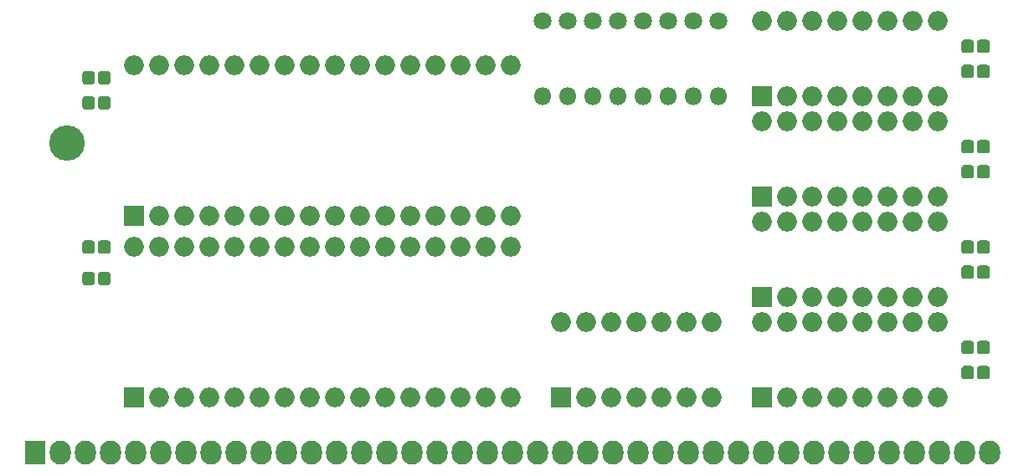
<source format=gts>
G04 #@! TF.GenerationSoftware,KiCad,Pcbnew,(5.1.5)-3*
G04 #@! TF.CreationDate,2020-06-13T13:18:51-04:00*
G04 #@! TF.ProjectId,512x512,35313278-3531-4322-9e6b-696361645f70,rev?*
G04 #@! TF.SameCoordinates,Original*
G04 #@! TF.FileFunction,Soldermask,Top*
G04 #@! TF.FilePolarity,Negative*
%FSLAX46Y46*%
G04 Gerber Fmt 4.6, Leading zero omitted, Abs format (unit mm)*
G04 Created by KiCad (PCBNEW (5.1.5)-3) date 2020-06-13 13:18:51*
%MOMM*%
%LPD*%
G04 APERTURE LIST*
%ADD10R,2.127200X2.432000*%
%ADD11O,2.127200X2.432000*%
%ADD12C,3.600000*%
%ADD13O,1.800000X1.800000*%
%ADD14C,1.800000*%
%ADD15R,2.000000X2.000000*%
%ADD16O,2.000000X2.000000*%
%ADD17C,0.100000*%
G04 APERTURE END LIST*
D10*
X155702000Y-151612600D03*
D11*
X158242000Y-151612600D03*
X160782000Y-151612600D03*
X163322000Y-151612600D03*
X165862000Y-151612600D03*
X168402000Y-151612600D03*
X170942000Y-151612600D03*
X173482000Y-151612600D03*
X176022000Y-151612600D03*
X178562000Y-151612600D03*
X181102000Y-151612600D03*
X183642000Y-151612600D03*
X186182000Y-151612600D03*
X188722000Y-151612600D03*
X191262000Y-151612600D03*
X193802000Y-151612600D03*
X196342000Y-151612600D03*
X198882000Y-151612600D03*
X201422000Y-151612600D03*
X203962000Y-151612600D03*
X206502000Y-151612600D03*
X209042000Y-151612600D03*
X211582000Y-151612600D03*
X214122000Y-151612600D03*
X216662000Y-151612600D03*
X219202000Y-151612600D03*
X221742000Y-151612600D03*
X224282000Y-151612600D03*
X226822000Y-151612600D03*
X229362000Y-151612600D03*
X231902000Y-151612600D03*
X234442000Y-151612600D03*
X236982000Y-151612600D03*
X239522000Y-151612600D03*
X242062000Y-151612600D03*
X244602000Y-151612600D03*
X247142000Y-151612600D03*
X249682000Y-151612600D03*
X252222000Y-151612600D03*
D12*
X158927800Y-120243600D03*
D13*
X224790000Y-115570000D03*
D14*
X224790000Y-107950000D03*
X222250000Y-107950000D03*
D13*
X222250000Y-115570000D03*
X219710000Y-115570000D03*
D14*
X219710000Y-107950000D03*
X217170000Y-107950000D03*
D13*
X217170000Y-115570000D03*
X214630000Y-115570000D03*
D14*
X214630000Y-107950000D03*
X212090000Y-107950000D03*
D13*
X212090000Y-115570000D03*
X209550000Y-115570000D03*
D14*
X209550000Y-107950000D03*
X207010000Y-107950000D03*
D13*
X207010000Y-115570000D03*
D15*
X165735000Y-146050000D03*
D16*
X203835000Y-130810000D03*
X168275000Y-146050000D03*
X201295000Y-130810000D03*
X170815000Y-146050000D03*
X198755000Y-130810000D03*
X173355000Y-146050000D03*
X196215000Y-130810000D03*
X175895000Y-146050000D03*
X193675000Y-130810000D03*
X178435000Y-146050000D03*
X191135000Y-130810000D03*
X180975000Y-146050000D03*
X188595000Y-130810000D03*
X183515000Y-146050000D03*
X186055000Y-130810000D03*
X186055000Y-146050000D03*
X183515000Y-130810000D03*
X188595000Y-146050000D03*
X180975000Y-130810000D03*
X191135000Y-146050000D03*
X178435000Y-130810000D03*
X193675000Y-146050000D03*
X175895000Y-130810000D03*
X196215000Y-146050000D03*
X173355000Y-130810000D03*
X198755000Y-146050000D03*
X170815000Y-130810000D03*
X201295000Y-146050000D03*
X168275000Y-130810000D03*
X203835000Y-146050000D03*
X165735000Y-130810000D03*
X165735000Y-112395000D03*
X203835000Y-127635000D03*
X168275000Y-112395000D03*
X201295000Y-127635000D03*
X170815000Y-112395000D03*
X198755000Y-127635000D03*
X173355000Y-112395000D03*
X196215000Y-127635000D03*
X175895000Y-112395000D03*
X193675000Y-127635000D03*
X178435000Y-112395000D03*
X191135000Y-127635000D03*
X180975000Y-112395000D03*
X188595000Y-127635000D03*
X183515000Y-112395000D03*
X186055000Y-127635000D03*
X186055000Y-112395000D03*
X183515000Y-127635000D03*
X188595000Y-112395000D03*
X180975000Y-127635000D03*
X191135000Y-112395000D03*
X178435000Y-127635000D03*
X193675000Y-112395000D03*
X175895000Y-127635000D03*
X196215000Y-112395000D03*
X173355000Y-127635000D03*
X198755000Y-112395000D03*
X170815000Y-127635000D03*
X201295000Y-112395000D03*
X168275000Y-127635000D03*
X203835000Y-112395000D03*
D15*
X165735000Y-127635000D03*
D16*
X229235000Y-138430000D03*
X247015000Y-146050000D03*
X231775000Y-138430000D03*
X244475000Y-146050000D03*
X234315000Y-138430000D03*
X241935000Y-146050000D03*
X236855000Y-138430000D03*
X239395000Y-146050000D03*
X239395000Y-138430000D03*
X236855000Y-146050000D03*
X241935000Y-138430000D03*
X234315000Y-146050000D03*
X244475000Y-138430000D03*
X231775000Y-146050000D03*
X247015000Y-138430000D03*
D15*
X229235000Y-146050000D03*
X229235000Y-135890000D03*
D16*
X247015000Y-128270000D03*
X231775000Y-135890000D03*
X244475000Y-128270000D03*
X234315000Y-135890000D03*
X241935000Y-128270000D03*
X236855000Y-135890000D03*
X239395000Y-128270000D03*
X239395000Y-135890000D03*
X236855000Y-128270000D03*
X241935000Y-135890000D03*
X234315000Y-128270000D03*
X244475000Y-135890000D03*
X231775000Y-128270000D03*
X247015000Y-135890000D03*
X229235000Y-128270000D03*
D15*
X229235000Y-125730000D03*
D16*
X247015000Y-118110000D03*
X231775000Y-125730000D03*
X244475000Y-118110000D03*
X234315000Y-125730000D03*
X241935000Y-118110000D03*
X236855000Y-125730000D03*
X239395000Y-118110000D03*
X239395000Y-125730000D03*
X236855000Y-118110000D03*
X241935000Y-125730000D03*
X234315000Y-118110000D03*
X244475000Y-125730000D03*
X231775000Y-118110000D03*
X247015000Y-125730000D03*
X229235000Y-118110000D03*
D15*
X208915000Y-146050000D03*
D16*
X224155000Y-138430000D03*
X211455000Y-146050000D03*
X221615000Y-138430000D03*
X213995000Y-146050000D03*
X219075000Y-138430000D03*
X216535000Y-146050000D03*
X216535000Y-138430000D03*
X219075000Y-146050000D03*
X213995000Y-138430000D03*
X221615000Y-146050000D03*
X211455000Y-138430000D03*
X224155000Y-146050000D03*
X208915000Y-138430000D03*
X229235000Y-107950000D03*
X247015000Y-115570000D03*
X231775000Y-107950000D03*
X244475000Y-115570000D03*
X234315000Y-107950000D03*
X241935000Y-115570000D03*
X236855000Y-107950000D03*
X239395000Y-115570000D03*
X239395000Y-107950000D03*
X236855000Y-115570000D03*
X241935000Y-107950000D03*
X234315000Y-115570000D03*
X244475000Y-107950000D03*
X231775000Y-115570000D03*
X247015000Y-107950000D03*
D15*
X229235000Y-115570000D03*
D17*
G36*
X161487493Y-130136535D02*
G01*
X161518435Y-130141125D01*
X161548778Y-130148725D01*
X161578230Y-130159263D01*
X161606508Y-130172638D01*
X161633338Y-130188719D01*
X161658463Y-130207353D01*
X161681640Y-130228360D01*
X161702647Y-130251537D01*
X161721281Y-130276662D01*
X161737362Y-130303492D01*
X161750737Y-130331770D01*
X161761275Y-130361222D01*
X161768875Y-130391565D01*
X161773465Y-130422507D01*
X161775000Y-130453750D01*
X161775000Y-131166250D01*
X161773465Y-131197493D01*
X161768875Y-131228435D01*
X161761275Y-131258778D01*
X161750737Y-131288230D01*
X161737362Y-131316508D01*
X161721281Y-131343338D01*
X161702647Y-131368463D01*
X161681640Y-131391640D01*
X161658463Y-131412647D01*
X161633338Y-131431281D01*
X161606508Y-131447362D01*
X161578230Y-131460737D01*
X161548778Y-131471275D01*
X161518435Y-131478875D01*
X161487493Y-131483465D01*
X161456250Y-131485000D01*
X160818750Y-131485000D01*
X160787507Y-131483465D01*
X160756565Y-131478875D01*
X160726222Y-131471275D01*
X160696770Y-131460737D01*
X160668492Y-131447362D01*
X160641662Y-131431281D01*
X160616537Y-131412647D01*
X160593360Y-131391640D01*
X160572353Y-131368463D01*
X160553719Y-131343338D01*
X160537638Y-131316508D01*
X160524263Y-131288230D01*
X160513725Y-131258778D01*
X160506125Y-131228435D01*
X160501535Y-131197493D01*
X160500000Y-131166250D01*
X160500000Y-130453750D01*
X160501535Y-130422507D01*
X160506125Y-130391565D01*
X160513725Y-130361222D01*
X160524263Y-130331770D01*
X160537638Y-130303492D01*
X160553719Y-130276662D01*
X160572353Y-130251537D01*
X160593360Y-130228360D01*
X160616537Y-130207353D01*
X160641662Y-130188719D01*
X160668492Y-130172638D01*
X160696770Y-130159263D01*
X160726222Y-130148725D01*
X160756565Y-130141125D01*
X160787507Y-130136535D01*
X160818750Y-130135000D01*
X161456250Y-130135000D01*
X161487493Y-130136535D01*
G37*
G36*
X163062493Y-130136535D02*
G01*
X163093435Y-130141125D01*
X163123778Y-130148725D01*
X163153230Y-130159263D01*
X163181508Y-130172638D01*
X163208338Y-130188719D01*
X163233463Y-130207353D01*
X163256640Y-130228360D01*
X163277647Y-130251537D01*
X163296281Y-130276662D01*
X163312362Y-130303492D01*
X163325737Y-130331770D01*
X163336275Y-130361222D01*
X163343875Y-130391565D01*
X163348465Y-130422507D01*
X163350000Y-130453750D01*
X163350000Y-131166250D01*
X163348465Y-131197493D01*
X163343875Y-131228435D01*
X163336275Y-131258778D01*
X163325737Y-131288230D01*
X163312362Y-131316508D01*
X163296281Y-131343338D01*
X163277647Y-131368463D01*
X163256640Y-131391640D01*
X163233463Y-131412647D01*
X163208338Y-131431281D01*
X163181508Y-131447362D01*
X163153230Y-131460737D01*
X163123778Y-131471275D01*
X163093435Y-131478875D01*
X163062493Y-131483465D01*
X163031250Y-131485000D01*
X162393750Y-131485000D01*
X162362507Y-131483465D01*
X162331565Y-131478875D01*
X162301222Y-131471275D01*
X162271770Y-131460737D01*
X162243492Y-131447362D01*
X162216662Y-131431281D01*
X162191537Y-131412647D01*
X162168360Y-131391640D01*
X162147353Y-131368463D01*
X162128719Y-131343338D01*
X162112638Y-131316508D01*
X162099263Y-131288230D01*
X162088725Y-131258778D01*
X162081125Y-131228435D01*
X162076535Y-131197493D01*
X162075000Y-131166250D01*
X162075000Y-130453750D01*
X162076535Y-130422507D01*
X162081125Y-130391565D01*
X162088725Y-130361222D01*
X162099263Y-130331770D01*
X162112638Y-130303492D01*
X162128719Y-130276662D01*
X162147353Y-130251537D01*
X162168360Y-130228360D01*
X162191537Y-130207353D01*
X162216662Y-130188719D01*
X162243492Y-130172638D01*
X162271770Y-130159263D01*
X162301222Y-130148725D01*
X162331565Y-130141125D01*
X162362507Y-130136535D01*
X162393750Y-130135000D01*
X163031250Y-130135000D01*
X163062493Y-130136535D01*
G37*
G36*
X163062493Y-133311535D02*
G01*
X163093435Y-133316125D01*
X163123778Y-133323725D01*
X163153230Y-133334263D01*
X163181508Y-133347638D01*
X163208338Y-133363719D01*
X163233463Y-133382353D01*
X163256640Y-133403360D01*
X163277647Y-133426537D01*
X163296281Y-133451662D01*
X163312362Y-133478492D01*
X163325737Y-133506770D01*
X163336275Y-133536222D01*
X163343875Y-133566565D01*
X163348465Y-133597507D01*
X163350000Y-133628750D01*
X163350000Y-134341250D01*
X163348465Y-134372493D01*
X163343875Y-134403435D01*
X163336275Y-134433778D01*
X163325737Y-134463230D01*
X163312362Y-134491508D01*
X163296281Y-134518338D01*
X163277647Y-134543463D01*
X163256640Y-134566640D01*
X163233463Y-134587647D01*
X163208338Y-134606281D01*
X163181508Y-134622362D01*
X163153230Y-134635737D01*
X163123778Y-134646275D01*
X163093435Y-134653875D01*
X163062493Y-134658465D01*
X163031250Y-134660000D01*
X162393750Y-134660000D01*
X162362507Y-134658465D01*
X162331565Y-134653875D01*
X162301222Y-134646275D01*
X162271770Y-134635737D01*
X162243492Y-134622362D01*
X162216662Y-134606281D01*
X162191537Y-134587647D01*
X162168360Y-134566640D01*
X162147353Y-134543463D01*
X162128719Y-134518338D01*
X162112638Y-134491508D01*
X162099263Y-134463230D01*
X162088725Y-134433778D01*
X162081125Y-134403435D01*
X162076535Y-134372493D01*
X162075000Y-134341250D01*
X162075000Y-133628750D01*
X162076535Y-133597507D01*
X162081125Y-133566565D01*
X162088725Y-133536222D01*
X162099263Y-133506770D01*
X162112638Y-133478492D01*
X162128719Y-133451662D01*
X162147353Y-133426537D01*
X162168360Y-133403360D01*
X162191537Y-133382353D01*
X162216662Y-133363719D01*
X162243492Y-133347638D01*
X162271770Y-133334263D01*
X162301222Y-133323725D01*
X162331565Y-133316125D01*
X162362507Y-133311535D01*
X162393750Y-133310000D01*
X163031250Y-133310000D01*
X163062493Y-133311535D01*
G37*
G36*
X161487493Y-133311535D02*
G01*
X161518435Y-133316125D01*
X161548778Y-133323725D01*
X161578230Y-133334263D01*
X161606508Y-133347638D01*
X161633338Y-133363719D01*
X161658463Y-133382353D01*
X161681640Y-133403360D01*
X161702647Y-133426537D01*
X161721281Y-133451662D01*
X161737362Y-133478492D01*
X161750737Y-133506770D01*
X161761275Y-133536222D01*
X161768875Y-133566565D01*
X161773465Y-133597507D01*
X161775000Y-133628750D01*
X161775000Y-134341250D01*
X161773465Y-134372493D01*
X161768875Y-134403435D01*
X161761275Y-134433778D01*
X161750737Y-134463230D01*
X161737362Y-134491508D01*
X161721281Y-134518338D01*
X161702647Y-134543463D01*
X161681640Y-134566640D01*
X161658463Y-134587647D01*
X161633338Y-134606281D01*
X161606508Y-134622362D01*
X161578230Y-134635737D01*
X161548778Y-134646275D01*
X161518435Y-134653875D01*
X161487493Y-134658465D01*
X161456250Y-134660000D01*
X160818750Y-134660000D01*
X160787507Y-134658465D01*
X160756565Y-134653875D01*
X160726222Y-134646275D01*
X160696770Y-134635737D01*
X160668492Y-134622362D01*
X160641662Y-134606281D01*
X160616537Y-134587647D01*
X160593360Y-134566640D01*
X160572353Y-134543463D01*
X160553719Y-134518338D01*
X160537638Y-134491508D01*
X160524263Y-134463230D01*
X160513725Y-134433778D01*
X160506125Y-134403435D01*
X160501535Y-134372493D01*
X160500000Y-134341250D01*
X160500000Y-133628750D01*
X160501535Y-133597507D01*
X160506125Y-133566565D01*
X160513725Y-133536222D01*
X160524263Y-133506770D01*
X160537638Y-133478492D01*
X160553719Y-133451662D01*
X160572353Y-133426537D01*
X160593360Y-133403360D01*
X160616537Y-133382353D01*
X160641662Y-133363719D01*
X160668492Y-133347638D01*
X160696770Y-133334263D01*
X160726222Y-133323725D01*
X160756565Y-133316125D01*
X160787507Y-133311535D01*
X160818750Y-133310000D01*
X161456250Y-133310000D01*
X161487493Y-133311535D01*
G37*
G36*
X161487493Y-112991535D02*
G01*
X161518435Y-112996125D01*
X161548778Y-113003725D01*
X161578230Y-113014263D01*
X161606508Y-113027638D01*
X161633338Y-113043719D01*
X161658463Y-113062353D01*
X161681640Y-113083360D01*
X161702647Y-113106537D01*
X161721281Y-113131662D01*
X161737362Y-113158492D01*
X161750737Y-113186770D01*
X161761275Y-113216222D01*
X161768875Y-113246565D01*
X161773465Y-113277507D01*
X161775000Y-113308750D01*
X161775000Y-114021250D01*
X161773465Y-114052493D01*
X161768875Y-114083435D01*
X161761275Y-114113778D01*
X161750737Y-114143230D01*
X161737362Y-114171508D01*
X161721281Y-114198338D01*
X161702647Y-114223463D01*
X161681640Y-114246640D01*
X161658463Y-114267647D01*
X161633338Y-114286281D01*
X161606508Y-114302362D01*
X161578230Y-114315737D01*
X161548778Y-114326275D01*
X161518435Y-114333875D01*
X161487493Y-114338465D01*
X161456250Y-114340000D01*
X160818750Y-114340000D01*
X160787507Y-114338465D01*
X160756565Y-114333875D01*
X160726222Y-114326275D01*
X160696770Y-114315737D01*
X160668492Y-114302362D01*
X160641662Y-114286281D01*
X160616537Y-114267647D01*
X160593360Y-114246640D01*
X160572353Y-114223463D01*
X160553719Y-114198338D01*
X160537638Y-114171508D01*
X160524263Y-114143230D01*
X160513725Y-114113778D01*
X160506125Y-114083435D01*
X160501535Y-114052493D01*
X160500000Y-114021250D01*
X160500000Y-113308750D01*
X160501535Y-113277507D01*
X160506125Y-113246565D01*
X160513725Y-113216222D01*
X160524263Y-113186770D01*
X160537638Y-113158492D01*
X160553719Y-113131662D01*
X160572353Y-113106537D01*
X160593360Y-113083360D01*
X160616537Y-113062353D01*
X160641662Y-113043719D01*
X160668492Y-113027638D01*
X160696770Y-113014263D01*
X160726222Y-113003725D01*
X160756565Y-112996125D01*
X160787507Y-112991535D01*
X160818750Y-112990000D01*
X161456250Y-112990000D01*
X161487493Y-112991535D01*
G37*
G36*
X163062493Y-112991535D02*
G01*
X163093435Y-112996125D01*
X163123778Y-113003725D01*
X163153230Y-113014263D01*
X163181508Y-113027638D01*
X163208338Y-113043719D01*
X163233463Y-113062353D01*
X163256640Y-113083360D01*
X163277647Y-113106537D01*
X163296281Y-113131662D01*
X163312362Y-113158492D01*
X163325737Y-113186770D01*
X163336275Y-113216222D01*
X163343875Y-113246565D01*
X163348465Y-113277507D01*
X163350000Y-113308750D01*
X163350000Y-114021250D01*
X163348465Y-114052493D01*
X163343875Y-114083435D01*
X163336275Y-114113778D01*
X163325737Y-114143230D01*
X163312362Y-114171508D01*
X163296281Y-114198338D01*
X163277647Y-114223463D01*
X163256640Y-114246640D01*
X163233463Y-114267647D01*
X163208338Y-114286281D01*
X163181508Y-114302362D01*
X163153230Y-114315737D01*
X163123778Y-114326275D01*
X163093435Y-114333875D01*
X163062493Y-114338465D01*
X163031250Y-114340000D01*
X162393750Y-114340000D01*
X162362507Y-114338465D01*
X162331565Y-114333875D01*
X162301222Y-114326275D01*
X162271770Y-114315737D01*
X162243492Y-114302362D01*
X162216662Y-114286281D01*
X162191537Y-114267647D01*
X162168360Y-114246640D01*
X162147353Y-114223463D01*
X162128719Y-114198338D01*
X162112638Y-114171508D01*
X162099263Y-114143230D01*
X162088725Y-114113778D01*
X162081125Y-114083435D01*
X162076535Y-114052493D01*
X162075000Y-114021250D01*
X162075000Y-113308750D01*
X162076535Y-113277507D01*
X162081125Y-113246565D01*
X162088725Y-113216222D01*
X162099263Y-113186770D01*
X162112638Y-113158492D01*
X162128719Y-113131662D01*
X162147353Y-113106537D01*
X162168360Y-113083360D01*
X162191537Y-113062353D01*
X162216662Y-113043719D01*
X162243492Y-113027638D01*
X162271770Y-113014263D01*
X162301222Y-113003725D01*
X162331565Y-112996125D01*
X162362507Y-112991535D01*
X162393750Y-112990000D01*
X163031250Y-112990000D01*
X163062493Y-112991535D01*
G37*
G36*
X163062493Y-115531535D02*
G01*
X163093435Y-115536125D01*
X163123778Y-115543725D01*
X163153230Y-115554263D01*
X163181508Y-115567638D01*
X163208338Y-115583719D01*
X163233463Y-115602353D01*
X163256640Y-115623360D01*
X163277647Y-115646537D01*
X163296281Y-115671662D01*
X163312362Y-115698492D01*
X163325737Y-115726770D01*
X163336275Y-115756222D01*
X163343875Y-115786565D01*
X163348465Y-115817507D01*
X163350000Y-115848750D01*
X163350000Y-116561250D01*
X163348465Y-116592493D01*
X163343875Y-116623435D01*
X163336275Y-116653778D01*
X163325737Y-116683230D01*
X163312362Y-116711508D01*
X163296281Y-116738338D01*
X163277647Y-116763463D01*
X163256640Y-116786640D01*
X163233463Y-116807647D01*
X163208338Y-116826281D01*
X163181508Y-116842362D01*
X163153230Y-116855737D01*
X163123778Y-116866275D01*
X163093435Y-116873875D01*
X163062493Y-116878465D01*
X163031250Y-116880000D01*
X162393750Y-116880000D01*
X162362507Y-116878465D01*
X162331565Y-116873875D01*
X162301222Y-116866275D01*
X162271770Y-116855737D01*
X162243492Y-116842362D01*
X162216662Y-116826281D01*
X162191537Y-116807647D01*
X162168360Y-116786640D01*
X162147353Y-116763463D01*
X162128719Y-116738338D01*
X162112638Y-116711508D01*
X162099263Y-116683230D01*
X162088725Y-116653778D01*
X162081125Y-116623435D01*
X162076535Y-116592493D01*
X162075000Y-116561250D01*
X162075000Y-115848750D01*
X162076535Y-115817507D01*
X162081125Y-115786565D01*
X162088725Y-115756222D01*
X162099263Y-115726770D01*
X162112638Y-115698492D01*
X162128719Y-115671662D01*
X162147353Y-115646537D01*
X162168360Y-115623360D01*
X162191537Y-115602353D01*
X162216662Y-115583719D01*
X162243492Y-115567638D01*
X162271770Y-115554263D01*
X162301222Y-115543725D01*
X162331565Y-115536125D01*
X162362507Y-115531535D01*
X162393750Y-115530000D01*
X163031250Y-115530000D01*
X163062493Y-115531535D01*
G37*
G36*
X161487493Y-115531535D02*
G01*
X161518435Y-115536125D01*
X161548778Y-115543725D01*
X161578230Y-115554263D01*
X161606508Y-115567638D01*
X161633338Y-115583719D01*
X161658463Y-115602353D01*
X161681640Y-115623360D01*
X161702647Y-115646537D01*
X161721281Y-115671662D01*
X161737362Y-115698492D01*
X161750737Y-115726770D01*
X161761275Y-115756222D01*
X161768875Y-115786565D01*
X161773465Y-115817507D01*
X161775000Y-115848750D01*
X161775000Y-116561250D01*
X161773465Y-116592493D01*
X161768875Y-116623435D01*
X161761275Y-116653778D01*
X161750737Y-116683230D01*
X161737362Y-116711508D01*
X161721281Y-116738338D01*
X161702647Y-116763463D01*
X161681640Y-116786640D01*
X161658463Y-116807647D01*
X161633338Y-116826281D01*
X161606508Y-116842362D01*
X161578230Y-116855737D01*
X161548778Y-116866275D01*
X161518435Y-116873875D01*
X161487493Y-116878465D01*
X161456250Y-116880000D01*
X160818750Y-116880000D01*
X160787507Y-116878465D01*
X160756565Y-116873875D01*
X160726222Y-116866275D01*
X160696770Y-116855737D01*
X160668492Y-116842362D01*
X160641662Y-116826281D01*
X160616537Y-116807647D01*
X160593360Y-116786640D01*
X160572353Y-116763463D01*
X160553719Y-116738338D01*
X160537638Y-116711508D01*
X160524263Y-116683230D01*
X160513725Y-116653778D01*
X160506125Y-116623435D01*
X160501535Y-116592493D01*
X160500000Y-116561250D01*
X160500000Y-115848750D01*
X160501535Y-115817507D01*
X160506125Y-115786565D01*
X160513725Y-115756222D01*
X160524263Y-115726770D01*
X160537638Y-115698492D01*
X160553719Y-115671662D01*
X160572353Y-115646537D01*
X160593360Y-115623360D01*
X160616537Y-115602353D01*
X160641662Y-115583719D01*
X160668492Y-115567638D01*
X160696770Y-115554263D01*
X160726222Y-115543725D01*
X160756565Y-115536125D01*
X160787507Y-115531535D01*
X160818750Y-115530000D01*
X161456250Y-115530000D01*
X161487493Y-115531535D01*
G37*
G36*
X251962493Y-140296535D02*
G01*
X251993435Y-140301125D01*
X252023778Y-140308725D01*
X252053230Y-140319263D01*
X252081508Y-140332638D01*
X252108338Y-140348719D01*
X252133463Y-140367353D01*
X252156640Y-140388360D01*
X252177647Y-140411537D01*
X252196281Y-140436662D01*
X252212362Y-140463492D01*
X252225737Y-140491770D01*
X252236275Y-140521222D01*
X252243875Y-140551565D01*
X252248465Y-140582507D01*
X252250000Y-140613750D01*
X252250000Y-141326250D01*
X252248465Y-141357493D01*
X252243875Y-141388435D01*
X252236275Y-141418778D01*
X252225737Y-141448230D01*
X252212362Y-141476508D01*
X252196281Y-141503338D01*
X252177647Y-141528463D01*
X252156640Y-141551640D01*
X252133463Y-141572647D01*
X252108338Y-141591281D01*
X252081508Y-141607362D01*
X252053230Y-141620737D01*
X252023778Y-141631275D01*
X251993435Y-141638875D01*
X251962493Y-141643465D01*
X251931250Y-141645000D01*
X251293750Y-141645000D01*
X251262507Y-141643465D01*
X251231565Y-141638875D01*
X251201222Y-141631275D01*
X251171770Y-141620737D01*
X251143492Y-141607362D01*
X251116662Y-141591281D01*
X251091537Y-141572647D01*
X251068360Y-141551640D01*
X251047353Y-141528463D01*
X251028719Y-141503338D01*
X251012638Y-141476508D01*
X250999263Y-141448230D01*
X250988725Y-141418778D01*
X250981125Y-141388435D01*
X250976535Y-141357493D01*
X250975000Y-141326250D01*
X250975000Y-140613750D01*
X250976535Y-140582507D01*
X250981125Y-140551565D01*
X250988725Y-140521222D01*
X250999263Y-140491770D01*
X251012638Y-140463492D01*
X251028719Y-140436662D01*
X251047353Y-140411537D01*
X251068360Y-140388360D01*
X251091537Y-140367353D01*
X251116662Y-140348719D01*
X251143492Y-140332638D01*
X251171770Y-140319263D01*
X251201222Y-140308725D01*
X251231565Y-140301125D01*
X251262507Y-140296535D01*
X251293750Y-140295000D01*
X251931250Y-140295000D01*
X251962493Y-140296535D01*
G37*
G36*
X250387493Y-140296535D02*
G01*
X250418435Y-140301125D01*
X250448778Y-140308725D01*
X250478230Y-140319263D01*
X250506508Y-140332638D01*
X250533338Y-140348719D01*
X250558463Y-140367353D01*
X250581640Y-140388360D01*
X250602647Y-140411537D01*
X250621281Y-140436662D01*
X250637362Y-140463492D01*
X250650737Y-140491770D01*
X250661275Y-140521222D01*
X250668875Y-140551565D01*
X250673465Y-140582507D01*
X250675000Y-140613750D01*
X250675000Y-141326250D01*
X250673465Y-141357493D01*
X250668875Y-141388435D01*
X250661275Y-141418778D01*
X250650737Y-141448230D01*
X250637362Y-141476508D01*
X250621281Y-141503338D01*
X250602647Y-141528463D01*
X250581640Y-141551640D01*
X250558463Y-141572647D01*
X250533338Y-141591281D01*
X250506508Y-141607362D01*
X250478230Y-141620737D01*
X250448778Y-141631275D01*
X250418435Y-141638875D01*
X250387493Y-141643465D01*
X250356250Y-141645000D01*
X249718750Y-141645000D01*
X249687507Y-141643465D01*
X249656565Y-141638875D01*
X249626222Y-141631275D01*
X249596770Y-141620737D01*
X249568492Y-141607362D01*
X249541662Y-141591281D01*
X249516537Y-141572647D01*
X249493360Y-141551640D01*
X249472353Y-141528463D01*
X249453719Y-141503338D01*
X249437638Y-141476508D01*
X249424263Y-141448230D01*
X249413725Y-141418778D01*
X249406125Y-141388435D01*
X249401535Y-141357493D01*
X249400000Y-141326250D01*
X249400000Y-140613750D01*
X249401535Y-140582507D01*
X249406125Y-140551565D01*
X249413725Y-140521222D01*
X249424263Y-140491770D01*
X249437638Y-140463492D01*
X249453719Y-140436662D01*
X249472353Y-140411537D01*
X249493360Y-140388360D01*
X249516537Y-140367353D01*
X249541662Y-140348719D01*
X249568492Y-140332638D01*
X249596770Y-140319263D01*
X249626222Y-140308725D01*
X249656565Y-140301125D01*
X249687507Y-140296535D01*
X249718750Y-140295000D01*
X250356250Y-140295000D01*
X250387493Y-140296535D01*
G37*
G36*
X250387493Y-142836535D02*
G01*
X250418435Y-142841125D01*
X250448778Y-142848725D01*
X250478230Y-142859263D01*
X250506508Y-142872638D01*
X250533338Y-142888719D01*
X250558463Y-142907353D01*
X250581640Y-142928360D01*
X250602647Y-142951537D01*
X250621281Y-142976662D01*
X250637362Y-143003492D01*
X250650737Y-143031770D01*
X250661275Y-143061222D01*
X250668875Y-143091565D01*
X250673465Y-143122507D01*
X250675000Y-143153750D01*
X250675000Y-143866250D01*
X250673465Y-143897493D01*
X250668875Y-143928435D01*
X250661275Y-143958778D01*
X250650737Y-143988230D01*
X250637362Y-144016508D01*
X250621281Y-144043338D01*
X250602647Y-144068463D01*
X250581640Y-144091640D01*
X250558463Y-144112647D01*
X250533338Y-144131281D01*
X250506508Y-144147362D01*
X250478230Y-144160737D01*
X250448778Y-144171275D01*
X250418435Y-144178875D01*
X250387493Y-144183465D01*
X250356250Y-144185000D01*
X249718750Y-144185000D01*
X249687507Y-144183465D01*
X249656565Y-144178875D01*
X249626222Y-144171275D01*
X249596770Y-144160737D01*
X249568492Y-144147362D01*
X249541662Y-144131281D01*
X249516537Y-144112647D01*
X249493360Y-144091640D01*
X249472353Y-144068463D01*
X249453719Y-144043338D01*
X249437638Y-144016508D01*
X249424263Y-143988230D01*
X249413725Y-143958778D01*
X249406125Y-143928435D01*
X249401535Y-143897493D01*
X249400000Y-143866250D01*
X249400000Y-143153750D01*
X249401535Y-143122507D01*
X249406125Y-143091565D01*
X249413725Y-143061222D01*
X249424263Y-143031770D01*
X249437638Y-143003492D01*
X249453719Y-142976662D01*
X249472353Y-142951537D01*
X249493360Y-142928360D01*
X249516537Y-142907353D01*
X249541662Y-142888719D01*
X249568492Y-142872638D01*
X249596770Y-142859263D01*
X249626222Y-142848725D01*
X249656565Y-142841125D01*
X249687507Y-142836535D01*
X249718750Y-142835000D01*
X250356250Y-142835000D01*
X250387493Y-142836535D01*
G37*
G36*
X251962493Y-142836535D02*
G01*
X251993435Y-142841125D01*
X252023778Y-142848725D01*
X252053230Y-142859263D01*
X252081508Y-142872638D01*
X252108338Y-142888719D01*
X252133463Y-142907353D01*
X252156640Y-142928360D01*
X252177647Y-142951537D01*
X252196281Y-142976662D01*
X252212362Y-143003492D01*
X252225737Y-143031770D01*
X252236275Y-143061222D01*
X252243875Y-143091565D01*
X252248465Y-143122507D01*
X252250000Y-143153750D01*
X252250000Y-143866250D01*
X252248465Y-143897493D01*
X252243875Y-143928435D01*
X252236275Y-143958778D01*
X252225737Y-143988230D01*
X252212362Y-144016508D01*
X252196281Y-144043338D01*
X252177647Y-144068463D01*
X252156640Y-144091640D01*
X252133463Y-144112647D01*
X252108338Y-144131281D01*
X252081508Y-144147362D01*
X252053230Y-144160737D01*
X252023778Y-144171275D01*
X251993435Y-144178875D01*
X251962493Y-144183465D01*
X251931250Y-144185000D01*
X251293750Y-144185000D01*
X251262507Y-144183465D01*
X251231565Y-144178875D01*
X251201222Y-144171275D01*
X251171770Y-144160737D01*
X251143492Y-144147362D01*
X251116662Y-144131281D01*
X251091537Y-144112647D01*
X251068360Y-144091640D01*
X251047353Y-144068463D01*
X251028719Y-144043338D01*
X251012638Y-144016508D01*
X250999263Y-143988230D01*
X250988725Y-143958778D01*
X250981125Y-143928435D01*
X250976535Y-143897493D01*
X250975000Y-143866250D01*
X250975000Y-143153750D01*
X250976535Y-143122507D01*
X250981125Y-143091565D01*
X250988725Y-143061222D01*
X250999263Y-143031770D01*
X251012638Y-143003492D01*
X251028719Y-142976662D01*
X251047353Y-142951537D01*
X251068360Y-142928360D01*
X251091537Y-142907353D01*
X251116662Y-142888719D01*
X251143492Y-142872638D01*
X251171770Y-142859263D01*
X251201222Y-142848725D01*
X251231565Y-142841125D01*
X251262507Y-142836535D01*
X251293750Y-142835000D01*
X251931250Y-142835000D01*
X251962493Y-142836535D01*
G37*
G36*
X251962493Y-130136535D02*
G01*
X251993435Y-130141125D01*
X252023778Y-130148725D01*
X252053230Y-130159263D01*
X252081508Y-130172638D01*
X252108338Y-130188719D01*
X252133463Y-130207353D01*
X252156640Y-130228360D01*
X252177647Y-130251537D01*
X252196281Y-130276662D01*
X252212362Y-130303492D01*
X252225737Y-130331770D01*
X252236275Y-130361222D01*
X252243875Y-130391565D01*
X252248465Y-130422507D01*
X252250000Y-130453750D01*
X252250000Y-131166250D01*
X252248465Y-131197493D01*
X252243875Y-131228435D01*
X252236275Y-131258778D01*
X252225737Y-131288230D01*
X252212362Y-131316508D01*
X252196281Y-131343338D01*
X252177647Y-131368463D01*
X252156640Y-131391640D01*
X252133463Y-131412647D01*
X252108338Y-131431281D01*
X252081508Y-131447362D01*
X252053230Y-131460737D01*
X252023778Y-131471275D01*
X251993435Y-131478875D01*
X251962493Y-131483465D01*
X251931250Y-131485000D01*
X251293750Y-131485000D01*
X251262507Y-131483465D01*
X251231565Y-131478875D01*
X251201222Y-131471275D01*
X251171770Y-131460737D01*
X251143492Y-131447362D01*
X251116662Y-131431281D01*
X251091537Y-131412647D01*
X251068360Y-131391640D01*
X251047353Y-131368463D01*
X251028719Y-131343338D01*
X251012638Y-131316508D01*
X250999263Y-131288230D01*
X250988725Y-131258778D01*
X250981125Y-131228435D01*
X250976535Y-131197493D01*
X250975000Y-131166250D01*
X250975000Y-130453750D01*
X250976535Y-130422507D01*
X250981125Y-130391565D01*
X250988725Y-130361222D01*
X250999263Y-130331770D01*
X251012638Y-130303492D01*
X251028719Y-130276662D01*
X251047353Y-130251537D01*
X251068360Y-130228360D01*
X251091537Y-130207353D01*
X251116662Y-130188719D01*
X251143492Y-130172638D01*
X251171770Y-130159263D01*
X251201222Y-130148725D01*
X251231565Y-130141125D01*
X251262507Y-130136535D01*
X251293750Y-130135000D01*
X251931250Y-130135000D01*
X251962493Y-130136535D01*
G37*
G36*
X250387493Y-130136535D02*
G01*
X250418435Y-130141125D01*
X250448778Y-130148725D01*
X250478230Y-130159263D01*
X250506508Y-130172638D01*
X250533338Y-130188719D01*
X250558463Y-130207353D01*
X250581640Y-130228360D01*
X250602647Y-130251537D01*
X250621281Y-130276662D01*
X250637362Y-130303492D01*
X250650737Y-130331770D01*
X250661275Y-130361222D01*
X250668875Y-130391565D01*
X250673465Y-130422507D01*
X250675000Y-130453750D01*
X250675000Y-131166250D01*
X250673465Y-131197493D01*
X250668875Y-131228435D01*
X250661275Y-131258778D01*
X250650737Y-131288230D01*
X250637362Y-131316508D01*
X250621281Y-131343338D01*
X250602647Y-131368463D01*
X250581640Y-131391640D01*
X250558463Y-131412647D01*
X250533338Y-131431281D01*
X250506508Y-131447362D01*
X250478230Y-131460737D01*
X250448778Y-131471275D01*
X250418435Y-131478875D01*
X250387493Y-131483465D01*
X250356250Y-131485000D01*
X249718750Y-131485000D01*
X249687507Y-131483465D01*
X249656565Y-131478875D01*
X249626222Y-131471275D01*
X249596770Y-131460737D01*
X249568492Y-131447362D01*
X249541662Y-131431281D01*
X249516537Y-131412647D01*
X249493360Y-131391640D01*
X249472353Y-131368463D01*
X249453719Y-131343338D01*
X249437638Y-131316508D01*
X249424263Y-131288230D01*
X249413725Y-131258778D01*
X249406125Y-131228435D01*
X249401535Y-131197493D01*
X249400000Y-131166250D01*
X249400000Y-130453750D01*
X249401535Y-130422507D01*
X249406125Y-130391565D01*
X249413725Y-130361222D01*
X249424263Y-130331770D01*
X249437638Y-130303492D01*
X249453719Y-130276662D01*
X249472353Y-130251537D01*
X249493360Y-130228360D01*
X249516537Y-130207353D01*
X249541662Y-130188719D01*
X249568492Y-130172638D01*
X249596770Y-130159263D01*
X249626222Y-130148725D01*
X249656565Y-130141125D01*
X249687507Y-130136535D01*
X249718750Y-130135000D01*
X250356250Y-130135000D01*
X250387493Y-130136535D01*
G37*
G36*
X250387493Y-132676535D02*
G01*
X250418435Y-132681125D01*
X250448778Y-132688725D01*
X250478230Y-132699263D01*
X250506508Y-132712638D01*
X250533338Y-132728719D01*
X250558463Y-132747353D01*
X250581640Y-132768360D01*
X250602647Y-132791537D01*
X250621281Y-132816662D01*
X250637362Y-132843492D01*
X250650737Y-132871770D01*
X250661275Y-132901222D01*
X250668875Y-132931565D01*
X250673465Y-132962507D01*
X250675000Y-132993750D01*
X250675000Y-133706250D01*
X250673465Y-133737493D01*
X250668875Y-133768435D01*
X250661275Y-133798778D01*
X250650737Y-133828230D01*
X250637362Y-133856508D01*
X250621281Y-133883338D01*
X250602647Y-133908463D01*
X250581640Y-133931640D01*
X250558463Y-133952647D01*
X250533338Y-133971281D01*
X250506508Y-133987362D01*
X250478230Y-134000737D01*
X250448778Y-134011275D01*
X250418435Y-134018875D01*
X250387493Y-134023465D01*
X250356250Y-134025000D01*
X249718750Y-134025000D01*
X249687507Y-134023465D01*
X249656565Y-134018875D01*
X249626222Y-134011275D01*
X249596770Y-134000737D01*
X249568492Y-133987362D01*
X249541662Y-133971281D01*
X249516537Y-133952647D01*
X249493360Y-133931640D01*
X249472353Y-133908463D01*
X249453719Y-133883338D01*
X249437638Y-133856508D01*
X249424263Y-133828230D01*
X249413725Y-133798778D01*
X249406125Y-133768435D01*
X249401535Y-133737493D01*
X249400000Y-133706250D01*
X249400000Y-132993750D01*
X249401535Y-132962507D01*
X249406125Y-132931565D01*
X249413725Y-132901222D01*
X249424263Y-132871770D01*
X249437638Y-132843492D01*
X249453719Y-132816662D01*
X249472353Y-132791537D01*
X249493360Y-132768360D01*
X249516537Y-132747353D01*
X249541662Y-132728719D01*
X249568492Y-132712638D01*
X249596770Y-132699263D01*
X249626222Y-132688725D01*
X249656565Y-132681125D01*
X249687507Y-132676535D01*
X249718750Y-132675000D01*
X250356250Y-132675000D01*
X250387493Y-132676535D01*
G37*
G36*
X251962493Y-132676535D02*
G01*
X251993435Y-132681125D01*
X252023778Y-132688725D01*
X252053230Y-132699263D01*
X252081508Y-132712638D01*
X252108338Y-132728719D01*
X252133463Y-132747353D01*
X252156640Y-132768360D01*
X252177647Y-132791537D01*
X252196281Y-132816662D01*
X252212362Y-132843492D01*
X252225737Y-132871770D01*
X252236275Y-132901222D01*
X252243875Y-132931565D01*
X252248465Y-132962507D01*
X252250000Y-132993750D01*
X252250000Y-133706250D01*
X252248465Y-133737493D01*
X252243875Y-133768435D01*
X252236275Y-133798778D01*
X252225737Y-133828230D01*
X252212362Y-133856508D01*
X252196281Y-133883338D01*
X252177647Y-133908463D01*
X252156640Y-133931640D01*
X252133463Y-133952647D01*
X252108338Y-133971281D01*
X252081508Y-133987362D01*
X252053230Y-134000737D01*
X252023778Y-134011275D01*
X251993435Y-134018875D01*
X251962493Y-134023465D01*
X251931250Y-134025000D01*
X251293750Y-134025000D01*
X251262507Y-134023465D01*
X251231565Y-134018875D01*
X251201222Y-134011275D01*
X251171770Y-134000737D01*
X251143492Y-133987362D01*
X251116662Y-133971281D01*
X251091537Y-133952647D01*
X251068360Y-133931640D01*
X251047353Y-133908463D01*
X251028719Y-133883338D01*
X251012638Y-133856508D01*
X250999263Y-133828230D01*
X250988725Y-133798778D01*
X250981125Y-133768435D01*
X250976535Y-133737493D01*
X250975000Y-133706250D01*
X250975000Y-132993750D01*
X250976535Y-132962507D01*
X250981125Y-132931565D01*
X250988725Y-132901222D01*
X250999263Y-132871770D01*
X251012638Y-132843492D01*
X251028719Y-132816662D01*
X251047353Y-132791537D01*
X251068360Y-132768360D01*
X251091537Y-132747353D01*
X251116662Y-132728719D01*
X251143492Y-132712638D01*
X251171770Y-132699263D01*
X251201222Y-132688725D01*
X251231565Y-132681125D01*
X251262507Y-132676535D01*
X251293750Y-132675000D01*
X251931250Y-132675000D01*
X251962493Y-132676535D01*
G37*
G36*
X251962493Y-119976535D02*
G01*
X251993435Y-119981125D01*
X252023778Y-119988725D01*
X252053230Y-119999263D01*
X252081508Y-120012638D01*
X252108338Y-120028719D01*
X252133463Y-120047353D01*
X252156640Y-120068360D01*
X252177647Y-120091537D01*
X252196281Y-120116662D01*
X252212362Y-120143492D01*
X252225737Y-120171770D01*
X252236275Y-120201222D01*
X252243875Y-120231565D01*
X252248465Y-120262507D01*
X252250000Y-120293750D01*
X252250000Y-121006250D01*
X252248465Y-121037493D01*
X252243875Y-121068435D01*
X252236275Y-121098778D01*
X252225737Y-121128230D01*
X252212362Y-121156508D01*
X252196281Y-121183338D01*
X252177647Y-121208463D01*
X252156640Y-121231640D01*
X252133463Y-121252647D01*
X252108338Y-121271281D01*
X252081508Y-121287362D01*
X252053230Y-121300737D01*
X252023778Y-121311275D01*
X251993435Y-121318875D01*
X251962493Y-121323465D01*
X251931250Y-121325000D01*
X251293750Y-121325000D01*
X251262507Y-121323465D01*
X251231565Y-121318875D01*
X251201222Y-121311275D01*
X251171770Y-121300737D01*
X251143492Y-121287362D01*
X251116662Y-121271281D01*
X251091537Y-121252647D01*
X251068360Y-121231640D01*
X251047353Y-121208463D01*
X251028719Y-121183338D01*
X251012638Y-121156508D01*
X250999263Y-121128230D01*
X250988725Y-121098778D01*
X250981125Y-121068435D01*
X250976535Y-121037493D01*
X250975000Y-121006250D01*
X250975000Y-120293750D01*
X250976535Y-120262507D01*
X250981125Y-120231565D01*
X250988725Y-120201222D01*
X250999263Y-120171770D01*
X251012638Y-120143492D01*
X251028719Y-120116662D01*
X251047353Y-120091537D01*
X251068360Y-120068360D01*
X251091537Y-120047353D01*
X251116662Y-120028719D01*
X251143492Y-120012638D01*
X251171770Y-119999263D01*
X251201222Y-119988725D01*
X251231565Y-119981125D01*
X251262507Y-119976535D01*
X251293750Y-119975000D01*
X251931250Y-119975000D01*
X251962493Y-119976535D01*
G37*
G36*
X250387493Y-119976535D02*
G01*
X250418435Y-119981125D01*
X250448778Y-119988725D01*
X250478230Y-119999263D01*
X250506508Y-120012638D01*
X250533338Y-120028719D01*
X250558463Y-120047353D01*
X250581640Y-120068360D01*
X250602647Y-120091537D01*
X250621281Y-120116662D01*
X250637362Y-120143492D01*
X250650737Y-120171770D01*
X250661275Y-120201222D01*
X250668875Y-120231565D01*
X250673465Y-120262507D01*
X250675000Y-120293750D01*
X250675000Y-121006250D01*
X250673465Y-121037493D01*
X250668875Y-121068435D01*
X250661275Y-121098778D01*
X250650737Y-121128230D01*
X250637362Y-121156508D01*
X250621281Y-121183338D01*
X250602647Y-121208463D01*
X250581640Y-121231640D01*
X250558463Y-121252647D01*
X250533338Y-121271281D01*
X250506508Y-121287362D01*
X250478230Y-121300737D01*
X250448778Y-121311275D01*
X250418435Y-121318875D01*
X250387493Y-121323465D01*
X250356250Y-121325000D01*
X249718750Y-121325000D01*
X249687507Y-121323465D01*
X249656565Y-121318875D01*
X249626222Y-121311275D01*
X249596770Y-121300737D01*
X249568492Y-121287362D01*
X249541662Y-121271281D01*
X249516537Y-121252647D01*
X249493360Y-121231640D01*
X249472353Y-121208463D01*
X249453719Y-121183338D01*
X249437638Y-121156508D01*
X249424263Y-121128230D01*
X249413725Y-121098778D01*
X249406125Y-121068435D01*
X249401535Y-121037493D01*
X249400000Y-121006250D01*
X249400000Y-120293750D01*
X249401535Y-120262507D01*
X249406125Y-120231565D01*
X249413725Y-120201222D01*
X249424263Y-120171770D01*
X249437638Y-120143492D01*
X249453719Y-120116662D01*
X249472353Y-120091537D01*
X249493360Y-120068360D01*
X249516537Y-120047353D01*
X249541662Y-120028719D01*
X249568492Y-120012638D01*
X249596770Y-119999263D01*
X249626222Y-119988725D01*
X249656565Y-119981125D01*
X249687507Y-119976535D01*
X249718750Y-119975000D01*
X250356250Y-119975000D01*
X250387493Y-119976535D01*
G37*
G36*
X250387493Y-122516535D02*
G01*
X250418435Y-122521125D01*
X250448778Y-122528725D01*
X250478230Y-122539263D01*
X250506508Y-122552638D01*
X250533338Y-122568719D01*
X250558463Y-122587353D01*
X250581640Y-122608360D01*
X250602647Y-122631537D01*
X250621281Y-122656662D01*
X250637362Y-122683492D01*
X250650737Y-122711770D01*
X250661275Y-122741222D01*
X250668875Y-122771565D01*
X250673465Y-122802507D01*
X250675000Y-122833750D01*
X250675000Y-123546250D01*
X250673465Y-123577493D01*
X250668875Y-123608435D01*
X250661275Y-123638778D01*
X250650737Y-123668230D01*
X250637362Y-123696508D01*
X250621281Y-123723338D01*
X250602647Y-123748463D01*
X250581640Y-123771640D01*
X250558463Y-123792647D01*
X250533338Y-123811281D01*
X250506508Y-123827362D01*
X250478230Y-123840737D01*
X250448778Y-123851275D01*
X250418435Y-123858875D01*
X250387493Y-123863465D01*
X250356250Y-123865000D01*
X249718750Y-123865000D01*
X249687507Y-123863465D01*
X249656565Y-123858875D01*
X249626222Y-123851275D01*
X249596770Y-123840737D01*
X249568492Y-123827362D01*
X249541662Y-123811281D01*
X249516537Y-123792647D01*
X249493360Y-123771640D01*
X249472353Y-123748463D01*
X249453719Y-123723338D01*
X249437638Y-123696508D01*
X249424263Y-123668230D01*
X249413725Y-123638778D01*
X249406125Y-123608435D01*
X249401535Y-123577493D01*
X249400000Y-123546250D01*
X249400000Y-122833750D01*
X249401535Y-122802507D01*
X249406125Y-122771565D01*
X249413725Y-122741222D01*
X249424263Y-122711770D01*
X249437638Y-122683492D01*
X249453719Y-122656662D01*
X249472353Y-122631537D01*
X249493360Y-122608360D01*
X249516537Y-122587353D01*
X249541662Y-122568719D01*
X249568492Y-122552638D01*
X249596770Y-122539263D01*
X249626222Y-122528725D01*
X249656565Y-122521125D01*
X249687507Y-122516535D01*
X249718750Y-122515000D01*
X250356250Y-122515000D01*
X250387493Y-122516535D01*
G37*
G36*
X251962493Y-122516535D02*
G01*
X251993435Y-122521125D01*
X252023778Y-122528725D01*
X252053230Y-122539263D01*
X252081508Y-122552638D01*
X252108338Y-122568719D01*
X252133463Y-122587353D01*
X252156640Y-122608360D01*
X252177647Y-122631537D01*
X252196281Y-122656662D01*
X252212362Y-122683492D01*
X252225737Y-122711770D01*
X252236275Y-122741222D01*
X252243875Y-122771565D01*
X252248465Y-122802507D01*
X252250000Y-122833750D01*
X252250000Y-123546250D01*
X252248465Y-123577493D01*
X252243875Y-123608435D01*
X252236275Y-123638778D01*
X252225737Y-123668230D01*
X252212362Y-123696508D01*
X252196281Y-123723338D01*
X252177647Y-123748463D01*
X252156640Y-123771640D01*
X252133463Y-123792647D01*
X252108338Y-123811281D01*
X252081508Y-123827362D01*
X252053230Y-123840737D01*
X252023778Y-123851275D01*
X251993435Y-123858875D01*
X251962493Y-123863465D01*
X251931250Y-123865000D01*
X251293750Y-123865000D01*
X251262507Y-123863465D01*
X251231565Y-123858875D01*
X251201222Y-123851275D01*
X251171770Y-123840737D01*
X251143492Y-123827362D01*
X251116662Y-123811281D01*
X251091537Y-123792647D01*
X251068360Y-123771640D01*
X251047353Y-123748463D01*
X251028719Y-123723338D01*
X251012638Y-123696508D01*
X250999263Y-123668230D01*
X250988725Y-123638778D01*
X250981125Y-123608435D01*
X250976535Y-123577493D01*
X250975000Y-123546250D01*
X250975000Y-122833750D01*
X250976535Y-122802507D01*
X250981125Y-122771565D01*
X250988725Y-122741222D01*
X250999263Y-122711770D01*
X251012638Y-122683492D01*
X251028719Y-122656662D01*
X251047353Y-122631537D01*
X251068360Y-122608360D01*
X251091537Y-122587353D01*
X251116662Y-122568719D01*
X251143492Y-122552638D01*
X251171770Y-122539263D01*
X251201222Y-122528725D01*
X251231565Y-122521125D01*
X251262507Y-122516535D01*
X251293750Y-122515000D01*
X251931250Y-122515000D01*
X251962493Y-122516535D01*
G37*
G36*
X251962493Y-109816535D02*
G01*
X251993435Y-109821125D01*
X252023778Y-109828725D01*
X252053230Y-109839263D01*
X252081508Y-109852638D01*
X252108338Y-109868719D01*
X252133463Y-109887353D01*
X252156640Y-109908360D01*
X252177647Y-109931537D01*
X252196281Y-109956662D01*
X252212362Y-109983492D01*
X252225737Y-110011770D01*
X252236275Y-110041222D01*
X252243875Y-110071565D01*
X252248465Y-110102507D01*
X252250000Y-110133750D01*
X252250000Y-110846250D01*
X252248465Y-110877493D01*
X252243875Y-110908435D01*
X252236275Y-110938778D01*
X252225737Y-110968230D01*
X252212362Y-110996508D01*
X252196281Y-111023338D01*
X252177647Y-111048463D01*
X252156640Y-111071640D01*
X252133463Y-111092647D01*
X252108338Y-111111281D01*
X252081508Y-111127362D01*
X252053230Y-111140737D01*
X252023778Y-111151275D01*
X251993435Y-111158875D01*
X251962493Y-111163465D01*
X251931250Y-111165000D01*
X251293750Y-111165000D01*
X251262507Y-111163465D01*
X251231565Y-111158875D01*
X251201222Y-111151275D01*
X251171770Y-111140737D01*
X251143492Y-111127362D01*
X251116662Y-111111281D01*
X251091537Y-111092647D01*
X251068360Y-111071640D01*
X251047353Y-111048463D01*
X251028719Y-111023338D01*
X251012638Y-110996508D01*
X250999263Y-110968230D01*
X250988725Y-110938778D01*
X250981125Y-110908435D01*
X250976535Y-110877493D01*
X250975000Y-110846250D01*
X250975000Y-110133750D01*
X250976535Y-110102507D01*
X250981125Y-110071565D01*
X250988725Y-110041222D01*
X250999263Y-110011770D01*
X251012638Y-109983492D01*
X251028719Y-109956662D01*
X251047353Y-109931537D01*
X251068360Y-109908360D01*
X251091537Y-109887353D01*
X251116662Y-109868719D01*
X251143492Y-109852638D01*
X251171770Y-109839263D01*
X251201222Y-109828725D01*
X251231565Y-109821125D01*
X251262507Y-109816535D01*
X251293750Y-109815000D01*
X251931250Y-109815000D01*
X251962493Y-109816535D01*
G37*
G36*
X250387493Y-109816535D02*
G01*
X250418435Y-109821125D01*
X250448778Y-109828725D01*
X250478230Y-109839263D01*
X250506508Y-109852638D01*
X250533338Y-109868719D01*
X250558463Y-109887353D01*
X250581640Y-109908360D01*
X250602647Y-109931537D01*
X250621281Y-109956662D01*
X250637362Y-109983492D01*
X250650737Y-110011770D01*
X250661275Y-110041222D01*
X250668875Y-110071565D01*
X250673465Y-110102507D01*
X250675000Y-110133750D01*
X250675000Y-110846250D01*
X250673465Y-110877493D01*
X250668875Y-110908435D01*
X250661275Y-110938778D01*
X250650737Y-110968230D01*
X250637362Y-110996508D01*
X250621281Y-111023338D01*
X250602647Y-111048463D01*
X250581640Y-111071640D01*
X250558463Y-111092647D01*
X250533338Y-111111281D01*
X250506508Y-111127362D01*
X250478230Y-111140737D01*
X250448778Y-111151275D01*
X250418435Y-111158875D01*
X250387493Y-111163465D01*
X250356250Y-111165000D01*
X249718750Y-111165000D01*
X249687507Y-111163465D01*
X249656565Y-111158875D01*
X249626222Y-111151275D01*
X249596770Y-111140737D01*
X249568492Y-111127362D01*
X249541662Y-111111281D01*
X249516537Y-111092647D01*
X249493360Y-111071640D01*
X249472353Y-111048463D01*
X249453719Y-111023338D01*
X249437638Y-110996508D01*
X249424263Y-110968230D01*
X249413725Y-110938778D01*
X249406125Y-110908435D01*
X249401535Y-110877493D01*
X249400000Y-110846250D01*
X249400000Y-110133750D01*
X249401535Y-110102507D01*
X249406125Y-110071565D01*
X249413725Y-110041222D01*
X249424263Y-110011770D01*
X249437638Y-109983492D01*
X249453719Y-109956662D01*
X249472353Y-109931537D01*
X249493360Y-109908360D01*
X249516537Y-109887353D01*
X249541662Y-109868719D01*
X249568492Y-109852638D01*
X249596770Y-109839263D01*
X249626222Y-109828725D01*
X249656565Y-109821125D01*
X249687507Y-109816535D01*
X249718750Y-109815000D01*
X250356250Y-109815000D01*
X250387493Y-109816535D01*
G37*
G36*
X250387493Y-112356535D02*
G01*
X250418435Y-112361125D01*
X250448778Y-112368725D01*
X250478230Y-112379263D01*
X250506508Y-112392638D01*
X250533338Y-112408719D01*
X250558463Y-112427353D01*
X250581640Y-112448360D01*
X250602647Y-112471537D01*
X250621281Y-112496662D01*
X250637362Y-112523492D01*
X250650737Y-112551770D01*
X250661275Y-112581222D01*
X250668875Y-112611565D01*
X250673465Y-112642507D01*
X250675000Y-112673750D01*
X250675000Y-113386250D01*
X250673465Y-113417493D01*
X250668875Y-113448435D01*
X250661275Y-113478778D01*
X250650737Y-113508230D01*
X250637362Y-113536508D01*
X250621281Y-113563338D01*
X250602647Y-113588463D01*
X250581640Y-113611640D01*
X250558463Y-113632647D01*
X250533338Y-113651281D01*
X250506508Y-113667362D01*
X250478230Y-113680737D01*
X250448778Y-113691275D01*
X250418435Y-113698875D01*
X250387493Y-113703465D01*
X250356250Y-113705000D01*
X249718750Y-113705000D01*
X249687507Y-113703465D01*
X249656565Y-113698875D01*
X249626222Y-113691275D01*
X249596770Y-113680737D01*
X249568492Y-113667362D01*
X249541662Y-113651281D01*
X249516537Y-113632647D01*
X249493360Y-113611640D01*
X249472353Y-113588463D01*
X249453719Y-113563338D01*
X249437638Y-113536508D01*
X249424263Y-113508230D01*
X249413725Y-113478778D01*
X249406125Y-113448435D01*
X249401535Y-113417493D01*
X249400000Y-113386250D01*
X249400000Y-112673750D01*
X249401535Y-112642507D01*
X249406125Y-112611565D01*
X249413725Y-112581222D01*
X249424263Y-112551770D01*
X249437638Y-112523492D01*
X249453719Y-112496662D01*
X249472353Y-112471537D01*
X249493360Y-112448360D01*
X249516537Y-112427353D01*
X249541662Y-112408719D01*
X249568492Y-112392638D01*
X249596770Y-112379263D01*
X249626222Y-112368725D01*
X249656565Y-112361125D01*
X249687507Y-112356535D01*
X249718750Y-112355000D01*
X250356250Y-112355000D01*
X250387493Y-112356535D01*
G37*
G36*
X251962493Y-112356535D02*
G01*
X251993435Y-112361125D01*
X252023778Y-112368725D01*
X252053230Y-112379263D01*
X252081508Y-112392638D01*
X252108338Y-112408719D01*
X252133463Y-112427353D01*
X252156640Y-112448360D01*
X252177647Y-112471537D01*
X252196281Y-112496662D01*
X252212362Y-112523492D01*
X252225737Y-112551770D01*
X252236275Y-112581222D01*
X252243875Y-112611565D01*
X252248465Y-112642507D01*
X252250000Y-112673750D01*
X252250000Y-113386250D01*
X252248465Y-113417493D01*
X252243875Y-113448435D01*
X252236275Y-113478778D01*
X252225737Y-113508230D01*
X252212362Y-113536508D01*
X252196281Y-113563338D01*
X252177647Y-113588463D01*
X252156640Y-113611640D01*
X252133463Y-113632647D01*
X252108338Y-113651281D01*
X252081508Y-113667362D01*
X252053230Y-113680737D01*
X252023778Y-113691275D01*
X251993435Y-113698875D01*
X251962493Y-113703465D01*
X251931250Y-113705000D01*
X251293750Y-113705000D01*
X251262507Y-113703465D01*
X251231565Y-113698875D01*
X251201222Y-113691275D01*
X251171770Y-113680737D01*
X251143492Y-113667362D01*
X251116662Y-113651281D01*
X251091537Y-113632647D01*
X251068360Y-113611640D01*
X251047353Y-113588463D01*
X251028719Y-113563338D01*
X251012638Y-113536508D01*
X250999263Y-113508230D01*
X250988725Y-113478778D01*
X250981125Y-113448435D01*
X250976535Y-113417493D01*
X250975000Y-113386250D01*
X250975000Y-112673750D01*
X250976535Y-112642507D01*
X250981125Y-112611565D01*
X250988725Y-112581222D01*
X250999263Y-112551770D01*
X251012638Y-112523492D01*
X251028719Y-112496662D01*
X251047353Y-112471537D01*
X251068360Y-112448360D01*
X251091537Y-112427353D01*
X251116662Y-112408719D01*
X251143492Y-112392638D01*
X251171770Y-112379263D01*
X251201222Y-112368725D01*
X251231565Y-112361125D01*
X251262507Y-112356535D01*
X251293750Y-112355000D01*
X251931250Y-112355000D01*
X251962493Y-112356535D01*
G37*
M02*

</source>
